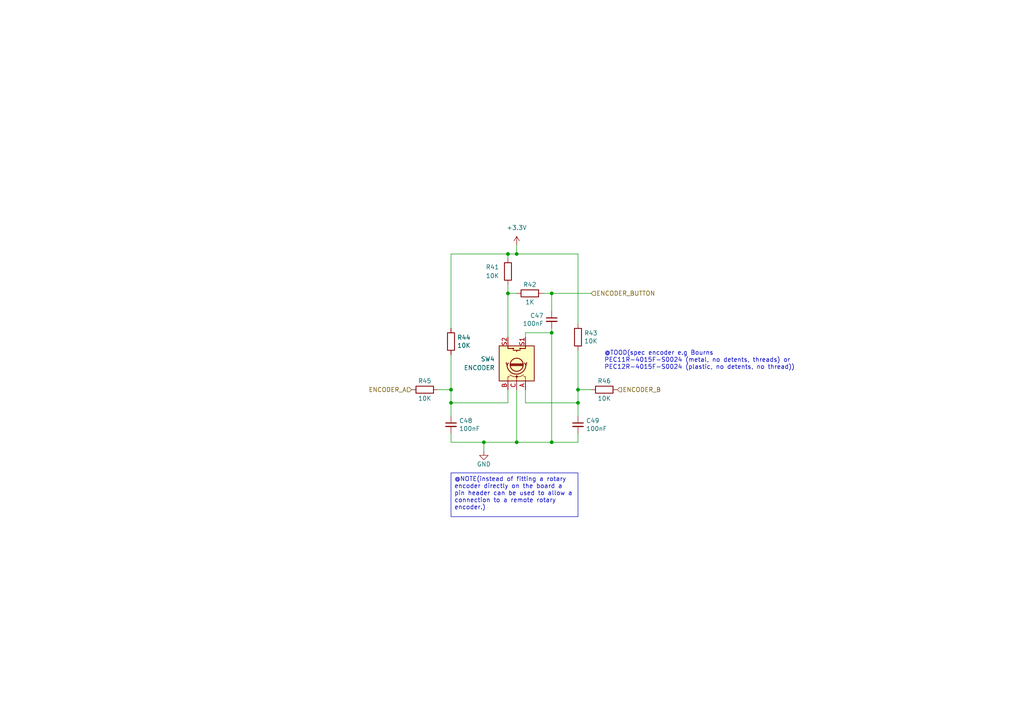
<source format=kicad_sch>
(kicad_sch (version 20231120) (generator "eeschema") (generator_version "8.0")
  (paper "A4")
  (lib_symbols
    (symbol "Device:C_Small" (pin_numbers hide) (pin_names (offset 0.254) hide)
      (property "Reference" "C" (at 0.254 1.778 0))
      (property "Value" "C_Small" (at 0.254 -2.032 0))
      (symbol "C_Small_0_1"
        (polyline (pts (xy -1.524 -0.508) (xy 1.524 -0.508)) (stroke (width 0.3302)))
        (polyline (pts (xy -1.524 0.508) (xy 1.524 0.508)) (stroke (width 0.3048)))
      )
      (symbol "C_Small_1_1"
        (pin passive line (at 0 2.54 270) (length 2.032) (name "~") (number "1"))
        (pin passive line (at 0 -2.54 90) (length 2.032) (name "~") (number "2"))
      )
    )
    (symbol "Device:R" (pin_numbers hide) (pin_names (offset 0))
      (property "Reference" "R" (at 2.032 0 90))
      (property "Value" "R" (at 0 0 90))
      (symbol "R_0_1"
        (rectangle (start -1.016 -2.54) (end 1.016 2.54) (stroke (width 0.254)))
      )
      (symbol "R_1_1"
        (pin passive line (at 0 3.81 270) (length 1.27) (name "~") (number "1"))
        (pin passive line (at 0 -3.81 90) (length 1.27) (name "~") (number "2"))
      )
    )
    (symbol "Device:RotaryEncoder_Switch" (pin_names (offset 0.254) hide)
      (property "Reference" "SW" (at 0 6.604 0))
      (property "Value" "RotaryEncoder_Switch" (at 0 -6.604 0))
      (symbol "RotaryEncoder_Switch_0_1"
        (rectangle (start -5.08 5.08) (end 5.08 -5.08) (stroke (width 0.254)) (fill (type background)))
        (circle (center -3.81 0) (radius 0.254) (fill (type outline)))
        (circle (center -0.381 0) (radius 1.905) (stroke (width 0.254)))
        (arc (start -0.381 2.667) (mid -3.0988 -0.0635) (end -0.381 -2.794) (stroke (width 0.254)))
        (polyline (pts (xy -0.635 -1.778) (xy -0.635 1.778)) (stroke (width 0.254)))
        (polyline (pts (xy -0.381 -1.778) (xy -0.381 1.778)) (stroke (width 0.254)))
        (polyline (pts (xy -0.127 1.778) (xy -0.127 -1.778)) (stroke (width 0.254)))
        (polyline (pts (xy 3.81 0) (xy 3.429 0)) (stroke (width 0.254)))
        (polyline (pts (xy 3.81 1.016) (xy 3.81 -1.016)) (stroke (width 0.254)))
        (polyline (pts (xy -5.08 -2.54) (xy -3.81 -2.54) (xy -3.81 -2.032)))
        (polyline (pts (xy -5.08 2.54) (xy -3.81 2.54) (xy -3.81 2.032)))
        (polyline (pts (xy 0.254 -3.048) (xy -0.508 -2.794) (xy 0.127 -2.413)) (stroke (width 0.254)))
        (polyline (pts (xy 0.254 2.921) (xy -0.508 2.667) (xy 0.127 2.286)) (stroke (width 0.254)))
        (polyline (pts (xy 5.08 -2.54) (xy 4.318 -2.54) (xy 4.318 -1.016)) (stroke (width 0.254)))
        (polyline (pts (xy 5.08 2.54) (xy 4.318 2.54) (xy 4.318 1.016)) (stroke (width 0.254)))
        (polyline (pts (xy -5.08 0) (xy -3.81 0) (xy -3.81 -1.016) (xy -3.302 -2.032)))
        (polyline (pts (xy -4.318 0) (xy -3.81 0) (xy -3.81 1.016) (xy -3.302 2.032)))
        (circle (center 4.318 -1.016) (radius 0.127) (stroke (width 0.254)))
        (circle (center 4.318 1.016) (radius 0.127) (stroke (width 0.254)))
      )
      (symbol "RotaryEncoder_Switch_1_1"
        (pin passive line (at -7.62 2.54 0) (length 2.54) (name "A") (number "A"))
        (pin passive line (at -7.62 -2.54 0) (length 2.54) (name "B") (number "B"))
        (pin passive line (at -7.62 0 0) (length 2.54) (name "C") (number "C"))
        (pin passive line (at 7.62 2.54 180) (length 2.54) (name "S1") (number "S1"))
        (pin passive line (at 7.62 -2.54 180) (length 2.54) (name "S2") (number "S2"))
      )
    )
    (symbol "power:+3.3V" (power) (pin_names (offset 0))
      (property "Value" "+3.3V" (at 0 3.556 0))
      (symbol "+3.3V_0_1"
        (polyline (pts (xy -0.762 1.27) (xy 0 2.54)))
        (polyline (pts (xy 0 0) (xy 0 2.54)))
        (polyline (pts (xy 0 2.54) (xy 0.762 1.27)))
      )
      (symbol "+3.3V_1_1"
        (pin power_in line (at 0 0 90) (length 0) hide (name "+3.3V") (number "1"))
      )
    )
    (symbol "power:GND" (power) (pin_names (offset 0))
      (property "Value" "GND" (at 0 -3.81 0))
      (symbol "GND_0_1"
        (polyline (pts (xy 0 0) (xy 0 -1.27) (xy 1.27 -1.27) (xy 0 -2.54) (xy -1.27 -1.27) (xy 0 -1.27)))
      )
      (symbol "GND_1_1"
        (pin power_in line (at 0 0 270) (length 0) hide (name "GND") (number "1"))
      )
    )
  )
  (junction (at 140.335 128.27))
  (junction (at 149.86 73.66))
  (junction (at 147.32 73.66))
  (junction (at 149.86 128.27))
  (junction (at 130.81 113.03))
  (junction (at 160.02 96.52))
  (junction (at 130.81 116.84))
  (junction (at 167.64 113.03))
  (junction (at 160.02 85.09))
  (junction (at 167.64 116.84))
  (junction (at 160.02 128.27))
  (junction (at 147.32 85.09))
  (wire (pts (xy 160.02 85.09) (xy 171.45 85.09)))
  (wire (pts (xy 167.64 120.65) (xy 167.64 116.84)))
  (wire (pts (xy 160.02 85.09) (xy 160.02 90.17)))
  (wire (pts (xy 160.02 95.25) (xy 160.02 96.52)))
  (wire (pts (xy 130.81 128.27) (xy 140.335 128.27)))
  (wire (pts (xy 130.81 125.73) (xy 130.81 128.27)))
  (wire (pts (xy 147.32 73.66) (xy 147.32 74.93)))
  (wire (pts (xy 167.64 113.03) (xy 167.64 116.84)))
  (wire (pts (xy 140.335 128.27) (xy 149.86 128.27)))
  (wire (pts (xy 147.32 113.03) (xy 147.32 116.84)))
  (wire (pts (xy 149.86 73.66) (xy 167.64 73.66)))
  (wire (pts (xy 130.81 120.65) (xy 130.81 116.84)))
  (wire (pts (xy 152.4 113.03) (xy 152.4 116.84)))
  (wire (pts (xy 147.32 73.66) (xy 149.86 73.66)))
  (wire (pts (xy 149.86 128.27) (xy 149.86 113.03)))
  (wire (pts (xy 171.45 113.03) (xy 167.64 113.03)))
  (wire (pts (xy 147.32 82.55) (xy 147.32 85.09)))
  (wire (pts (xy 130.81 102.87) (xy 130.81 113.03)))
  (wire (pts (xy 130.81 113.03) (xy 130.81 116.84)))
  (wire (pts (xy 130.81 73.66) (xy 130.81 95.25)))
  (wire (pts (xy 152.4 116.84) (xy 167.64 116.84)))
  (wire (pts (xy 152.4 96.52) (xy 160.02 96.52)))
  (wire (pts (xy 167.64 101.6) (xy 167.64 113.03)))
  (wire (pts (xy 127 113.03) (xy 130.81 113.03)))
  (wire (pts (xy 147.32 116.84) (xy 130.81 116.84)))
  (wire (pts (xy 167.64 128.27) (xy 167.64 125.73)))
  (wire (pts (xy 160.02 96.52) (xy 160.02 128.27)))
  (wire (pts (xy 160.02 128.27) (xy 167.64 128.27)))
  (wire (pts (xy 140.335 128.27) (xy 140.335 130.81)))
  (wire (pts (xy 149.86 85.09) (xy 147.32 85.09)))
  (wire (pts (xy 149.86 71.12) (xy 149.86 73.66)))
  (wire (pts (xy 152.4 97.79) (xy 152.4 96.52)))
  (wire (pts (xy 157.48 85.09) (xy 160.02 85.09)))
  (wire (pts (xy 167.64 73.66) (xy 167.64 93.98)))
  (wire (pts (xy 149.86 128.27) (xy 160.02 128.27)))
  (wire (pts (xy 147.32 85.09) (xy 147.32 97.79)))
  (wire (pts (xy 130.81 73.66) (xy 147.32 73.66)))
  (text_box "@NOTE(instead of fitting a rotary encoder directly on the board a pin header can be used to allow a connection to a remote rotary encoder.)" (at 130.81 137.16 0) (size 36.83 12.7) (effects (font (size 1.27 1.27)) (justify left top)))
  (text "@TOOD(spec encoder e.g Bourns \nPEC11R-4015F-S0024 (metal, no detents, threads) or \nPEC12R-4015F-S0024 (plastic, no detents, no thread))" (at 175.26 107.315 0) (effects (font (size 1.27 1.27)) (justify left bottom)))
  (hierarchical_label "ENCODER_BUTTON" (shape input) (at 171.45 85.09 0))
  (hierarchical_label "ENCODER_B" (shape input) (at 179.07 113.03 0))
  (hierarchical_label "ENCODER_A" (shape input) (at 119.38 113.03 180))
  (symbol (lib_id "power:GND") (at 140.335 130.81 0) (unit 1)
    (property "Reference" "#PWR067" (effects (hide yes)))
    (property "Value" "GND" (at 140.335 134.62 0))
    (instances (project "KLST_SHEEP" (path "" (reference "#PWR067") (unit 1)) (path "" (reference "#PWR069") (unit 1))) (project "KLST_PANDA" (path "" (reference "#PWR051") (unit 1)) (path "" (reference "#PWR053") (unit 1))))
  )
  (symbol (lib_id "Device:R") (at 147.32 78.74 180) (unit 1)
    (property "Reference" "R41" (at 144.78 77.47 0) (effects (justify left)))
    (property "Value" "10K" (at 144.78 80.01 0) (effects (justify left)))
    (property "Footprint" "Resistor_SMD:R_0402_1005Metric" (effects (hide yes)))
    (property "Description" "62.5mW" (effects (hide yes)))
    (property "JLCPCB" "C25744" (effects (hide yes)))
    (instances (project "KLST_SHEEP" (path "" (reference "R41") (unit 1)) (path "" (reference "R47") (unit 1))) (project "KLST_PANDA" (path "" (reference "R27") (unit 1)) (path "" (reference "R33") (unit 1))))
  )
  (symbol (lib_id "Device:R") (at 175.26 113.03 270) (unit 1)
    (property "Reference" "R46" (at 175.26 110.49 90))
    (property "Value" "10K" (at 175.26 115.57 90))
    (property "Footprint" "Resistor_SMD:R_0402_1005Metric" (effects (hide yes)))
    (property "Description" "62.5mW" (effects (hide yes)))
    (property "JLCPCB" "C25744" (effects (hide yes)))
    (instances (project "KLST_SHEEP" (path "" (reference "R46") (unit 1)) (path "" (reference "R52") (unit 1))) (project "KLST_PANDA" (path "" (reference "R30") (unit 1)) (path "" (reference "R36") (unit 1))))
  )
  (symbol (lib_id "Device:R") (at 167.64 97.79 0) (mirror y) (unit 1)
    (property "Reference" "R43" (at 169.418 96.6216 0) (effects (justify right)))
    (property "Value" "10K" (at 169.418 98.933 0) (effects (justify right)))
    (property "Footprint" "Resistor_SMD:R_0402_1005Metric" (effects (hide yes)))
    (property "Description" "62.5mW" (effects (hide yes)))
    (property "JLCPCB" "C25744" (effects (hide yes)))
    (instances (project "KLST_SHEEP" (path "" (reference "R43") (unit 1)) (path "" (reference "R49") (unit 1))) (project "KLST_PANDA" (path "" (reference "R29") (unit 1)) (path "" (reference "R35") (unit 1))))
  )
  (symbol (lib_id "power:+3.3V") (at 149.86 71.12 0) (unit 1)
    (property "Reference" "#PWR052" (effects (hide yes)))
    (property "Value" "+3.3V" (at 149.86 66.04 0))
    (instances (project "KLST_PANDA" (path "" (reference "#PWR052") (unit 1)) (path "" (reference "#PWR054") (unit 1))))
  )
  (symbol (lib_id "Device:R") (at 123.19 113.03 270) (unit 1)
    (property "Reference" "R45" (at 123.19 110.49 90))
    (property "Value" "10K" (at 123.19 115.57 90))
    (property "Footprint" "Resistor_SMD:R_0402_1005Metric" (effects (hide yes)))
    (property "Description" "62.5mW" (effects (hide yes)))
    (property "JLCPCB" "C25744" (effects (hide yes)))
    (instances (project "KLST_SHEEP" (path "" (reference "R45") (unit 1)) (path "" (reference "R51") (unit 1))) (project "KLST_PANDA" (path "" (reference "R25") (unit 1)) (path "" (reference "R31") (unit 1))))
  )
  (symbol (lib_id "Device:C_Small") (at 160.02 92.71 0) (mirror y) (unit 1)
    (property "Reference" "C47" (at 157.6832 91.5416 0) (effects (justify left)))
    (property "Value" "100nF" (at 157.6832 93.853 0) (effects (justify left)))
    (property "Footprint" "Capacitor_SMD:C_0402_1005Metric" (effects (hide yes)))
    (property "Description" "16V" (effects (hide yes)))
    (property "JLCPCB" "C1525" (effects (hide yes)))
    (instances (project "KLST_SHEEP" (path "" (reference "C47") (unit 1)) (path "" (reference "C50") (unit 1))) (project "KLST_PANDA" (path "" (reference "C39") (unit 1)) (path "" (reference "C42") (unit 1))))
  )
  (symbol (lib_id "Device:R") (at 130.81 99.06 0) (mirror y) (unit 1)
    (property "Reference" "R44" (at 132.588 97.8916 0) (effects (justify right)))
    (property "Value" "10K" (at 132.588 100.203 0) (effects (justify right)))
    (property "Footprint" "Resistor_SMD:R_0402_1005Metric" (effects (hide yes)))
    (property "Description" "62.5mW" (effects (hide yes)))
    (property "JLCPCB" "C25744" (effects (hide yes)))
    (instances (project "KLST_SHEEP" (path "" (reference "R44") (unit 1)) (path "" (reference "R50") (unit 1))) (project "KLST_PANDA" (path "" (reference "R26") (unit 1)) (path "" (reference "R32") (unit 1))))
  )
  (symbol (lib_id "Device:C_Small") (at 167.64 123.19 0) (unit 1)
    (property "Reference" "C49" (at 169.9768 122.0216 0) (effects (justify left)))
    (property "Value" "100nF" (at 169.9768 124.333 0) (effects (justify left)))
    (property "Footprint" "Capacitor_SMD:C_0402_1005Metric" (effects (hide yes)))
    (property "Description" "16V" (effects (hide yes)))
    (property "JLCPCB" "C1525" (effects (hide yes)))
    (instances (project "KLST_SHEEP" (path "" (reference "C49") (unit 1)) (path "" (reference "C52") (unit 1))) (project "KLST_PANDA" (path "" (reference "C40") (unit 1)) (path "" (reference "C43") (unit 1))))
  )
  (symbol (lib_id "Device:R") (at 153.67 85.09 270) (unit 1)
    (property "Reference" "R42" (at 153.67 82.55 90))
    (property "Value" "1K" (at 153.67 87.63 90))
    (property "Footprint" "Resistor_SMD:R_0402_1005Metric" (effects (hide yes)))
    (property "JLCPCB" "C11702" (effects (hide yes)))
    (instances (project "KLST_SHEEP" (path "" (reference "R42") (unit 1)) (path "" (reference "R48") (unit 1))) (project "KLST_PANDA" (path "" (reference "R28") (unit 1)) (path "" (reference "R34") (unit 1))))
  )
  (symbol (lib_id "Device:RotaryEncoder_Switch") (at 149.86 105.41 270) (mirror x) (unit 1)
    (property "Reference" "SW4" (at 143.51 104.14 90) (effects (justify right)))
    (property "Value" "ENCODER" (at 143.51 106.68 90) (effects (justify right)))
    (property "Footprint" "PEC11R-4015F-S0024:PEC11R-4015F-S0024" (effects (hide yes)))
    (property "Description" "PEC11R-4015F-S0024" (effects (hide yes)))
    (property "JLCPCB" "C143789" (effects (hide yes)))
    (instances (project "KLST_PANDA" (path "" (reference "SW4") (unit 1)) (path "" (reference "SW5") (unit 1))))
  )
  (symbol (lib_id "Device:C_Small") (at 130.81 123.19 0) (unit 1)
    (property "Reference" "C48" (at 133.1468 122.0216 0) (effects (justify left)))
    (property "Value" "100nF" (at 133.1468 124.333 0) (effects (justify left)))
    (property "Footprint" "Capacitor_SMD:C_0402_1005Metric" (effects (hide yes)))
    (property "Description" "16V" (effects (hide yes)))
    (property "JLCPCB" "C1525" (effects (hide yes)))
    (instances (project "KLST_SHEEP" (path "" (reference "C48") (unit 1)) (path "" (reference "C51") (unit 1))) (project "KLST_PANDA" (path "" (reference "C38") (unit 1)) (path "" (reference "C41") (unit 1))))
  )
)
</source>
